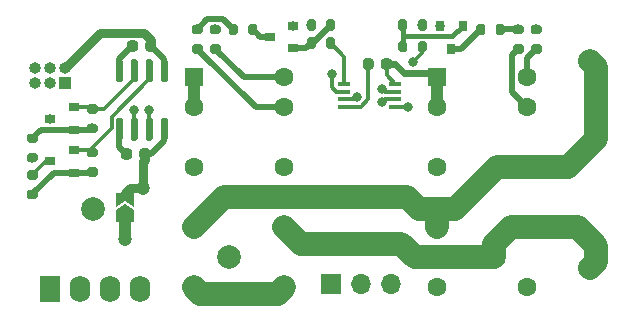
<source format=gbr>
%TF.GenerationSoftware,KiCad,Pcbnew,(5.1.10)-1*%
%TF.CreationDate,2022-01-23T11:00:24+07:00*%
%TF.ProjectId,Fan_controller_v3,46616e5f-636f-46e7-9472-6f6c6c65725f,rev?*%
%TF.SameCoordinates,Original*%
%TF.FileFunction,Copper,L1,Top*%
%TF.FilePolarity,Positive*%
%FSLAX46Y46*%
G04 Gerber Fmt 4.6, Leading zero omitted, Abs format (unit mm)*
G04 Created by KiCad (PCBNEW (5.1.10)-1) date 2022-01-23 11:00:24*
%MOMM*%
%LPD*%
G01*
G04 APERTURE LIST*
%TA.AperFunction,ComponentPad*%
%ADD10C,1.600000*%
%TD*%
%TA.AperFunction,ComponentPad*%
%ADD11R,1.600000X1.600000*%
%TD*%
%TA.AperFunction,ComponentPad*%
%ADD12C,2.000000*%
%TD*%
%TA.AperFunction,ComponentPad*%
%ADD13O,1.000000X1.000000*%
%TD*%
%TA.AperFunction,ComponentPad*%
%ADD14R,1.000000X1.000000*%
%TD*%
%TA.AperFunction,SMDPad,CuDef*%
%ADD15R,0.800000X0.900000*%
%TD*%
%TA.AperFunction,SMDPad,CuDef*%
%ADD16R,0.900000X0.800000*%
%TD*%
%TA.AperFunction,ComponentPad*%
%ADD17R,1.700000X1.700000*%
%TD*%
%TA.AperFunction,ComponentPad*%
%ADD18O,1.700000X1.700000*%
%TD*%
%TA.AperFunction,SMDPad,CuDef*%
%ADD19R,1.100000X0.400000*%
%TD*%
%TA.AperFunction,ComponentPad*%
%ADD20O,1.750000X2.250000*%
%TD*%
%TA.AperFunction,ComponentPad*%
%ADD21R,1.750000X2.250000*%
%TD*%
%TA.AperFunction,SMDPad,CuDef*%
%ADD22C,0.020000*%
%TD*%
%TA.AperFunction,ViaPad*%
%ADD23C,0.800000*%
%TD*%
%TA.AperFunction,ViaPad*%
%ADD24C,1.200000*%
%TD*%
%TA.AperFunction,Conductor*%
%ADD25C,0.500000*%
%TD*%
%TA.AperFunction,Conductor*%
%ADD26C,0.800000*%
%TD*%
%TA.AperFunction,Conductor*%
%ADD27C,0.300000*%
%TD*%
%TA.AperFunction,Conductor*%
%ADD28C,1.000000*%
%TD*%
%TA.AperFunction,Conductor*%
%ADD29C,0.600000*%
%TD*%
%TA.AperFunction,Conductor*%
%ADD30C,2.000000*%
%TD*%
%TA.AperFunction,Conductor*%
%ADD31C,0.400000*%
%TD*%
G04 APERTURE END LIST*
D10*
%TO.P,K1,16*%
%TO.N,Net-(C3-Pad2)*%
X97333000Y-80442000D03*
%TO.P,K1,15*%
%TO.N,Net-(C4-Pad2)*%
X97333000Y-82982000D03*
%TO.P,K1,13*%
%TO.N,Net-(J1-Pad1)*%
X97333000Y-88062000D03*
%TO.P,K1,11*%
%TO.N,Net-(C5-Pad2)*%
X97333000Y-93142000D03*
%TO.P,K1,9*%
%TO.N,Net-(K1-Pad8)*%
X97333000Y-98222000D03*
%TO.P,K1,8*%
X89713000Y-98222000D03*
%TO.P,K1,6*%
%TO.N,Net-(C7-Pad1)*%
X89713000Y-93142000D03*
%TO.P,K1,4*%
%TO.N,Net-(C5-Pad1)*%
X89713000Y-88062000D03*
%TO.P,K1,2*%
%TO.N,+5VP*%
X89713000Y-82982000D03*
D11*
%TO.P,K1,1*%
X89713000Y-80442000D03*
%TD*%
D12*
%TO.P,C7,2*%
%TO.N,Net-(C5-Pad2)*%
X123241000Y-96545000D03*
%TO.P,C7,1*%
%TO.N,Net-(C7-Pad1)*%
X123241000Y-79045000D03*
%TD*%
D13*
%TO.P,J2,6*%
%TO.N,/scl0*%
X76251000Y-79680000D03*
%TO.P,J2,5*%
%TO.N,/sda0*%
X76251000Y-80950000D03*
%TO.P,J2,4*%
%TO.N,GND1*%
X77521000Y-79680000D03*
%TO.P,J2,3*%
X77521000Y-80950000D03*
%TO.P,J2,2*%
%TO.N,+5P*%
X78791000Y-79680000D03*
D14*
%TO.P,J2,1*%
X78791000Y-80950000D03*
%TD*%
D12*
%TO.P,C5,2*%
%TO.N,Net-(C5-Pad2)*%
X115113000Y-95682000D03*
%TO.P,C5,1*%
%TO.N,Net-(C5-Pad1)*%
X92613000Y-95682000D03*
%TD*%
%TO.P,U1,8*%
%TO.N,+5VP*%
%TA.AperFunction,SMDPad,CuDef*%
G36*
G01*
X87023000Y-83847000D02*
X87323000Y-83847000D01*
G75*
G02*
X87473000Y-83997000I0J-150000D01*
G01*
X87473000Y-85647000D01*
G75*
G02*
X87323000Y-85797000I-150000J0D01*
G01*
X87023000Y-85797000D01*
G75*
G02*
X86873000Y-85647000I0J150000D01*
G01*
X86873000Y-83997000D01*
G75*
G02*
X87023000Y-83847000I150000J0D01*
G01*
G37*
%TD.AperFunction*%
%TO.P,U1,7*%
%TO.N,/I2C_SDA*%
%TA.AperFunction,SMDPad,CuDef*%
G36*
G01*
X85753000Y-83847000D02*
X86053000Y-83847000D01*
G75*
G02*
X86203000Y-83997000I0J-150000D01*
G01*
X86203000Y-85647000D01*
G75*
G02*
X86053000Y-85797000I-150000J0D01*
G01*
X85753000Y-85797000D01*
G75*
G02*
X85603000Y-85647000I0J150000D01*
G01*
X85603000Y-83997000D01*
G75*
G02*
X85753000Y-83847000I150000J0D01*
G01*
G37*
%TD.AperFunction*%
%TO.P,U1,6*%
%TO.N,/I2C_SCL*%
%TA.AperFunction,SMDPad,CuDef*%
G36*
G01*
X84483000Y-83847000D02*
X84783000Y-83847000D01*
G75*
G02*
X84933000Y-83997000I0J-150000D01*
G01*
X84933000Y-85647000D01*
G75*
G02*
X84783000Y-85797000I-150000J0D01*
G01*
X84483000Y-85797000D01*
G75*
G02*
X84333000Y-85647000I0J150000D01*
G01*
X84333000Y-83997000D01*
G75*
G02*
X84483000Y-83847000I150000J0D01*
G01*
G37*
%TD.AperFunction*%
%TO.P,U1,5*%
%TO.N,GND2*%
%TA.AperFunction,SMDPad,CuDef*%
G36*
G01*
X83213000Y-83847000D02*
X83513000Y-83847000D01*
G75*
G02*
X83663000Y-83997000I0J-150000D01*
G01*
X83663000Y-85647000D01*
G75*
G02*
X83513000Y-85797000I-150000J0D01*
G01*
X83213000Y-85797000D01*
G75*
G02*
X83063000Y-85647000I0J150000D01*
G01*
X83063000Y-83997000D01*
G75*
G02*
X83213000Y-83847000I150000J0D01*
G01*
G37*
%TD.AperFunction*%
%TO.P,U1,4*%
%TO.N,GND1*%
%TA.AperFunction,SMDPad,CuDef*%
G36*
G01*
X83213000Y-78897000D02*
X83513000Y-78897000D01*
G75*
G02*
X83663000Y-79047000I0J-150000D01*
G01*
X83663000Y-80697000D01*
G75*
G02*
X83513000Y-80847000I-150000J0D01*
G01*
X83213000Y-80847000D01*
G75*
G02*
X83063000Y-80697000I0J150000D01*
G01*
X83063000Y-79047000D01*
G75*
G02*
X83213000Y-78897000I150000J0D01*
G01*
G37*
%TD.AperFunction*%
%TO.P,U1,3*%
%TO.N,Net-(Q4-Pad2)*%
%TA.AperFunction,SMDPad,CuDef*%
G36*
G01*
X84483000Y-78897000D02*
X84783000Y-78897000D01*
G75*
G02*
X84933000Y-79047000I0J-150000D01*
G01*
X84933000Y-80697000D01*
G75*
G02*
X84783000Y-80847000I-150000J0D01*
G01*
X84483000Y-80847000D01*
G75*
G02*
X84333000Y-80697000I0J150000D01*
G01*
X84333000Y-79047000D01*
G75*
G02*
X84483000Y-78897000I150000J0D01*
G01*
G37*
%TD.AperFunction*%
%TO.P,U1,2*%
%TO.N,Net-(Q3-Pad2)*%
%TA.AperFunction,SMDPad,CuDef*%
G36*
G01*
X85753000Y-78897000D02*
X86053000Y-78897000D01*
G75*
G02*
X86203000Y-79047000I0J-150000D01*
G01*
X86203000Y-80697000D01*
G75*
G02*
X86053000Y-80847000I-150000J0D01*
G01*
X85753000Y-80847000D01*
G75*
G02*
X85603000Y-80697000I0J150000D01*
G01*
X85603000Y-79047000D01*
G75*
G02*
X85753000Y-78897000I150000J0D01*
G01*
G37*
%TD.AperFunction*%
%TO.P,U1,1*%
%TO.N,+5P*%
%TA.AperFunction,SMDPad,CuDef*%
G36*
G01*
X87023000Y-78897000D02*
X87323000Y-78897000D01*
G75*
G02*
X87473000Y-79047000I0J-150000D01*
G01*
X87473000Y-80697000D01*
G75*
G02*
X87323000Y-80847000I-150000J0D01*
G01*
X87023000Y-80847000D01*
G75*
G02*
X86873000Y-80697000I0J150000D01*
G01*
X86873000Y-79047000D01*
G75*
G02*
X87023000Y-78897000I150000J0D01*
G01*
G37*
%TD.AperFunction*%
%TD*%
%TO.P,R16,2*%
%TO.N,GND2*%
%TA.AperFunction,SMDPad,CuDef*%
G36*
G01*
X108617000Y-76272000D02*
X108617000Y-75722000D01*
G75*
G02*
X108817000Y-75522000I200000J0D01*
G01*
X109217000Y-75522000D01*
G75*
G02*
X109417000Y-75722000I0J-200000D01*
G01*
X109417000Y-76272000D01*
G75*
G02*
X109217000Y-76472000I-200000J0D01*
G01*
X108817000Y-76472000D01*
G75*
G02*
X108617000Y-76272000I0J200000D01*
G01*
G37*
%TD.AperFunction*%
%TO.P,R16,1*%
%TO.N,Net-(Q6-Pad1)*%
%TA.AperFunction,SMDPad,CuDef*%
G36*
G01*
X106967000Y-76272000D02*
X106967000Y-75722000D01*
G75*
G02*
X107167000Y-75522000I200000J0D01*
G01*
X107567000Y-75522000D01*
G75*
G02*
X107767000Y-75722000I0J-200000D01*
G01*
X107767000Y-76272000D01*
G75*
G02*
X107567000Y-76472000I-200000J0D01*
G01*
X107167000Y-76472000D01*
G75*
G02*
X106967000Y-76272000I0J200000D01*
G01*
G37*
%TD.AperFunction*%
%TD*%
%TO.P,R14,2*%
%TO.N,/K2_rst*%
%TA.AperFunction,SMDPad,CuDef*%
G36*
G01*
X108616000Y-78113500D02*
X108616000Y-77563500D01*
G75*
G02*
X108816000Y-77363500I200000J0D01*
G01*
X109216000Y-77363500D01*
G75*
G02*
X109416000Y-77563500I0J-200000D01*
G01*
X109416000Y-78113500D01*
G75*
G02*
X109216000Y-78313500I-200000J0D01*
G01*
X108816000Y-78313500D01*
G75*
G02*
X108616000Y-78113500I0J200000D01*
G01*
G37*
%TD.AperFunction*%
%TO.P,R14,1*%
%TO.N,Net-(Q6-Pad1)*%
%TA.AperFunction,SMDPad,CuDef*%
G36*
G01*
X106966000Y-78113500D02*
X106966000Y-77563500D01*
G75*
G02*
X107166000Y-77363500I200000J0D01*
G01*
X107566000Y-77363500D01*
G75*
G02*
X107766000Y-77563500I0J-200000D01*
G01*
X107766000Y-78113500D01*
G75*
G02*
X107566000Y-78313500I-200000J0D01*
G01*
X107166000Y-78313500D01*
G75*
G02*
X106966000Y-78113500I0J200000D01*
G01*
G37*
%TD.AperFunction*%
%TD*%
%TO.P,R4,2*%
%TO.N,GND2*%
%TA.AperFunction,SMDPad,CuDef*%
G36*
G01*
X100019000Y-75722000D02*
X100019000Y-76272000D01*
G75*
G02*
X99819000Y-76472000I-200000J0D01*
G01*
X99419000Y-76472000D01*
G75*
G02*
X99219000Y-76272000I0J200000D01*
G01*
X99219000Y-75722000D01*
G75*
G02*
X99419000Y-75522000I200000J0D01*
G01*
X99819000Y-75522000D01*
G75*
G02*
X100019000Y-75722000I0J-200000D01*
G01*
G37*
%TD.AperFunction*%
%TO.P,R4,1*%
%TO.N,Net-(Q2-Pad1)*%
%TA.AperFunction,SMDPad,CuDef*%
G36*
G01*
X101669000Y-75722000D02*
X101669000Y-76272000D01*
G75*
G02*
X101469000Y-76472000I-200000J0D01*
G01*
X101069000Y-76472000D01*
G75*
G02*
X100869000Y-76272000I0J200000D01*
G01*
X100869000Y-75722000D01*
G75*
G02*
X101069000Y-75522000I200000J0D01*
G01*
X101469000Y-75522000D01*
G75*
G02*
X101669000Y-75722000I0J-200000D01*
G01*
G37*
%TD.AperFunction*%
%TD*%
%TO.P,R2,2*%
%TO.N,/K1_rst*%
%TA.AperFunction,SMDPad,CuDef*%
G36*
G01*
X100869000Y-77796000D02*
X100869000Y-77246000D01*
G75*
G02*
X101069000Y-77046000I200000J0D01*
G01*
X101469000Y-77046000D01*
G75*
G02*
X101669000Y-77246000I0J-200000D01*
G01*
X101669000Y-77796000D01*
G75*
G02*
X101469000Y-77996000I-200000J0D01*
G01*
X101069000Y-77996000D01*
G75*
G02*
X100869000Y-77796000I0J200000D01*
G01*
G37*
%TD.AperFunction*%
%TO.P,R2,1*%
%TO.N,Net-(Q2-Pad1)*%
%TA.AperFunction,SMDPad,CuDef*%
G36*
G01*
X99219000Y-77796000D02*
X99219000Y-77246000D01*
G75*
G02*
X99419000Y-77046000I200000J0D01*
G01*
X99819000Y-77046000D01*
G75*
G02*
X100019000Y-77246000I0J-200000D01*
G01*
X100019000Y-77796000D01*
G75*
G02*
X99819000Y-77996000I-200000J0D01*
G01*
X99419000Y-77996000D01*
G75*
G02*
X99219000Y-77796000I0J200000D01*
G01*
G37*
%TD.AperFunction*%
%TD*%
D15*
%TO.P,Q6,3*%
%TO.N,Net-(Q6-Pad3)*%
X111491000Y-78060500D03*
%TO.P,Q6,2*%
%TO.N,GND2*%
X110541000Y-76060500D03*
%TO.P,Q6,1*%
%TO.N,Net-(Q6-Pad1)*%
X112441000Y-76060500D03*
%TD*%
D16*
%TO.P,Q2,3*%
%TO.N,Net-(Q2-Pad3)*%
X96095000Y-77010500D03*
%TO.P,Q2,2*%
%TO.N,GND2*%
X98095000Y-76060500D03*
%TO.P,Q2,1*%
%TO.N,Net-(Q2-Pad1)*%
X98095000Y-77960500D03*
%TD*%
%TO.P,C10,2*%
%TO.N,+5VP*%
%TA.AperFunction,SMDPad,CuDef*%
G36*
G01*
X85072000Y-87169000D02*
X85072000Y-86669000D01*
G75*
G02*
X85297000Y-86444000I225000J0D01*
G01*
X85747000Y-86444000D01*
G75*
G02*
X85972000Y-86669000I0J-225000D01*
G01*
X85972000Y-87169000D01*
G75*
G02*
X85747000Y-87394000I-225000J0D01*
G01*
X85297000Y-87394000D01*
G75*
G02*
X85072000Y-87169000I0J225000D01*
G01*
G37*
%TD.AperFunction*%
%TO.P,C10,1*%
%TO.N,GND2*%
%TA.AperFunction,SMDPad,CuDef*%
G36*
G01*
X83522000Y-87169000D02*
X83522000Y-86669000D01*
G75*
G02*
X83747000Y-86444000I225000J0D01*
G01*
X84197000Y-86444000D01*
G75*
G02*
X84422000Y-86669000I0J-225000D01*
G01*
X84422000Y-87169000D01*
G75*
G02*
X84197000Y-87394000I-225000J0D01*
G01*
X83747000Y-87394000D01*
G75*
G02*
X83522000Y-87169000I0J225000D01*
G01*
G37*
%TD.AperFunction*%
%TD*%
%TO.P,C8,2*%
%TO.N,+5P*%
%TA.AperFunction,SMDPad,CuDef*%
G36*
G01*
X85580000Y-78025000D02*
X85580000Y-77525000D01*
G75*
G02*
X85805000Y-77300000I225000J0D01*
G01*
X86255000Y-77300000D01*
G75*
G02*
X86480000Y-77525000I0J-225000D01*
G01*
X86480000Y-78025000D01*
G75*
G02*
X86255000Y-78250000I-225000J0D01*
G01*
X85805000Y-78250000D01*
G75*
G02*
X85580000Y-78025000I0J225000D01*
G01*
G37*
%TD.AperFunction*%
%TO.P,C8,1*%
%TO.N,GND1*%
%TA.AperFunction,SMDPad,CuDef*%
G36*
G01*
X84030000Y-78025000D02*
X84030000Y-77525000D01*
G75*
G02*
X84255000Y-77300000I225000J0D01*
G01*
X84705000Y-77300000D01*
G75*
G02*
X84930000Y-77525000I0J-225000D01*
G01*
X84930000Y-78025000D01*
G75*
G02*
X84705000Y-78250000I-225000J0D01*
G01*
X84255000Y-78250000D01*
G75*
G02*
X84030000Y-78025000I0J225000D01*
G01*
G37*
%TD.AperFunction*%
%TD*%
D11*
%TO.P,K2,1*%
%TO.N,+5VP*%
X110287000Y-80442000D03*
D10*
%TO.P,K2,2*%
X110287000Y-82982000D03*
%TO.P,K2,4*%
%TO.N,Net-(J1-Pad3)*%
X110287000Y-88062000D03*
%TO.P,K2,6*%
%TO.N,Net-(C7-Pad1)*%
X110287000Y-93142000D03*
%TO.P,K2,8*%
%TO.N,Net-(K2-Pad8)*%
X110287000Y-98222000D03*
%TO.P,K2,9*%
X117907000Y-98222000D03*
%TO.P,K2,11*%
%TO.N,Net-(C5-Pad2)*%
X117907000Y-93142000D03*
%TO.P,K2,13*%
%TO.N,Net-(C7-Pad1)*%
X117907000Y-88062000D03*
%TO.P,K2,15*%
%TO.N,Net-(C12-Pad2)*%
X117907000Y-82982000D03*
%TO.P,K2,16*%
%TO.N,Net-(C11-Pad2)*%
X117907000Y-80442000D03*
%TD*%
D17*
%TO.P,J1,1*%
%TO.N,Net-(J1-Pad1)*%
X101270000Y-97968000D03*
D18*
%TO.P,J1,2*%
%TO.N,N/C*%
X103810000Y-97968000D03*
%TO.P,J1,3*%
%TO.N,Net-(J1-Pad3)*%
X106350000Y-97968000D03*
%TD*%
D19*
%TO.P,U2,8*%
%TO.N,+5VP*%
X106722000Y-80991000D03*
%TO.P,U2,7*%
%TO.N,/I2C_SDA*%
X106722000Y-81641000D03*
%TO.P,U2,6*%
%TO.N,/I2C_SCL*%
X106722000Y-82291000D03*
%TO.P,U2,5*%
%TO.N,/K2_set*%
X106722000Y-82941000D03*
%TO.P,U2,4*%
%TO.N,GND2*%
X102422000Y-82941000D03*
%TO.P,U2,3*%
%TO.N,/K2_rst*%
X102422000Y-82291000D03*
%TO.P,U2,2*%
%TO.N,/K1_set*%
X102422000Y-81641000D03*
%TO.P,U2,1*%
%TO.N,/K1_rst*%
X102422000Y-80991000D03*
%TD*%
D12*
%TO.P,TP1,1*%
%TO.N,GND2*%
X81140500Y-91618000D03*
%TD*%
%TO.P,R12,2*%
%TO.N,+5P*%
%TA.AperFunction,SMDPad,CuDef*%
G36*
G01*
X80802000Y-84359000D02*
X81352000Y-84359000D01*
G75*
G02*
X81552000Y-84559000I0J-200000D01*
G01*
X81552000Y-84959000D01*
G75*
G02*
X81352000Y-85159000I-200000J0D01*
G01*
X80802000Y-85159000D01*
G75*
G02*
X80602000Y-84959000I0J200000D01*
G01*
X80602000Y-84559000D01*
G75*
G02*
X80802000Y-84359000I200000J0D01*
G01*
G37*
%TD.AperFunction*%
%TO.P,R12,1*%
%TO.N,Net-(Q4-Pad2)*%
%TA.AperFunction,SMDPad,CuDef*%
G36*
G01*
X80802000Y-82709000D02*
X81352000Y-82709000D01*
G75*
G02*
X81552000Y-82909000I0J-200000D01*
G01*
X81552000Y-83309000D01*
G75*
G02*
X81352000Y-83509000I-200000J0D01*
G01*
X80802000Y-83509000D01*
G75*
G02*
X80602000Y-83309000I0J200000D01*
G01*
X80602000Y-82909000D01*
G75*
G02*
X80802000Y-82709000I200000J0D01*
G01*
G37*
%TD.AperFunction*%
%TD*%
%TO.P,R11,2*%
%TO.N,+5P*%
%TA.AperFunction,SMDPad,CuDef*%
G36*
G01*
X80802000Y-88042000D02*
X81352000Y-88042000D01*
G75*
G02*
X81552000Y-88242000I0J-200000D01*
G01*
X81552000Y-88642000D01*
G75*
G02*
X81352000Y-88842000I-200000J0D01*
G01*
X80802000Y-88842000D01*
G75*
G02*
X80602000Y-88642000I0J200000D01*
G01*
X80602000Y-88242000D01*
G75*
G02*
X80802000Y-88042000I200000J0D01*
G01*
G37*
%TD.AperFunction*%
%TO.P,R11,1*%
%TO.N,Net-(Q3-Pad2)*%
%TA.AperFunction,SMDPad,CuDef*%
G36*
G01*
X80802000Y-86392000D02*
X81352000Y-86392000D01*
G75*
G02*
X81552000Y-86592000I0J-200000D01*
G01*
X81552000Y-86992000D01*
G75*
G02*
X81352000Y-87192000I-200000J0D01*
G01*
X80802000Y-87192000D01*
G75*
G02*
X80602000Y-86992000I0J200000D01*
G01*
X80602000Y-86592000D01*
G75*
G02*
X80802000Y-86392000I200000J0D01*
G01*
G37*
%TD.AperFunction*%
%TD*%
%TO.P,R8,2*%
%TO.N,+5P*%
%TA.AperFunction,SMDPad,CuDef*%
G36*
G01*
X76272000Y-85986500D02*
X75722000Y-85986500D01*
G75*
G02*
X75522000Y-85786500I0J200000D01*
G01*
X75522000Y-85386500D01*
G75*
G02*
X75722000Y-85186500I200000J0D01*
G01*
X76272000Y-85186500D01*
G75*
G02*
X76472000Y-85386500I0J-200000D01*
G01*
X76472000Y-85786500D01*
G75*
G02*
X76272000Y-85986500I-200000J0D01*
G01*
G37*
%TD.AperFunction*%
%TO.P,R8,1*%
%TO.N,/scl0*%
%TA.AperFunction,SMDPad,CuDef*%
G36*
G01*
X76272000Y-87636500D02*
X75722000Y-87636500D01*
G75*
G02*
X75522000Y-87436500I0J200000D01*
G01*
X75522000Y-87036500D01*
G75*
G02*
X75722000Y-86836500I200000J0D01*
G01*
X76272000Y-86836500D01*
G75*
G02*
X76472000Y-87036500I0J-200000D01*
G01*
X76472000Y-87436500D01*
G75*
G02*
X76272000Y-87636500I-200000J0D01*
G01*
G37*
%TD.AperFunction*%
%TD*%
%TO.P,R7,2*%
%TO.N,+5P*%
%TA.AperFunction,SMDPad,CuDef*%
G36*
G01*
X75722000Y-89947000D02*
X76272000Y-89947000D01*
G75*
G02*
X76472000Y-90147000I0J-200000D01*
G01*
X76472000Y-90547000D01*
G75*
G02*
X76272000Y-90747000I-200000J0D01*
G01*
X75722000Y-90747000D01*
G75*
G02*
X75522000Y-90547000I0J200000D01*
G01*
X75522000Y-90147000D01*
G75*
G02*
X75722000Y-89947000I200000J0D01*
G01*
G37*
%TD.AperFunction*%
%TO.P,R7,1*%
%TO.N,/sda0*%
%TA.AperFunction,SMDPad,CuDef*%
G36*
G01*
X75722000Y-88297000D02*
X76272000Y-88297000D01*
G75*
G02*
X76472000Y-88497000I0J-200000D01*
G01*
X76472000Y-88897000D01*
G75*
G02*
X76272000Y-89097000I-200000J0D01*
G01*
X75722000Y-89097000D01*
G75*
G02*
X75522000Y-88897000I0J200000D01*
G01*
X75522000Y-88497000D01*
G75*
G02*
X75722000Y-88297000I200000J0D01*
G01*
G37*
%TD.AperFunction*%
%TD*%
%TO.P,R20,2*%
%TO.N,Net-(C12-Pad2)*%
%TA.AperFunction,SMDPad,CuDef*%
G36*
G01*
X116870000Y-77629000D02*
X117420000Y-77629000D01*
G75*
G02*
X117620000Y-77829000I0J-200000D01*
G01*
X117620000Y-78229000D01*
G75*
G02*
X117420000Y-78429000I-200000J0D01*
G01*
X116870000Y-78429000D01*
G75*
G02*
X116670000Y-78229000I0J200000D01*
G01*
X116670000Y-77829000D01*
G75*
G02*
X116870000Y-77629000I200000J0D01*
G01*
G37*
%TD.AperFunction*%
%TO.P,R20,1*%
%TO.N,Net-(C12-Pad1)*%
%TA.AperFunction,SMDPad,CuDef*%
G36*
G01*
X116870000Y-75979000D02*
X117420000Y-75979000D01*
G75*
G02*
X117620000Y-76179000I0J-200000D01*
G01*
X117620000Y-76579000D01*
G75*
G02*
X117420000Y-76779000I-200000J0D01*
G01*
X116870000Y-76779000D01*
G75*
G02*
X116670000Y-76579000I0J200000D01*
G01*
X116670000Y-76179000D01*
G75*
G02*
X116870000Y-75979000I200000J0D01*
G01*
G37*
%TD.AperFunction*%
%TD*%
%TO.P,R19,2*%
%TO.N,Net-(C11-Pad2)*%
%TA.AperFunction,SMDPad,CuDef*%
G36*
G01*
X118394000Y-77629000D02*
X118944000Y-77629000D01*
G75*
G02*
X119144000Y-77829000I0J-200000D01*
G01*
X119144000Y-78229000D01*
G75*
G02*
X118944000Y-78429000I-200000J0D01*
G01*
X118394000Y-78429000D01*
G75*
G02*
X118194000Y-78229000I0J200000D01*
G01*
X118194000Y-77829000D01*
G75*
G02*
X118394000Y-77629000I200000J0D01*
G01*
G37*
%TD.AperFunction*%
%TO.P,R19,1*%
%TO.N,Net-(C11-Pad1)*%
%TA.AperFunction,SMDPad,CuDef*%
G36*
G01*
X118394000Y-75979000D02*
X118944000Y-75979000D01*
G75*
G02*
X119144000Y-76179000I0J-200000D01*
G01*
X119144000Y-76579000D01*
G75*
G02*
X118944000Y-76779000I-200000J0D01*
G01*
X118394000Y-76779000D01*
G75*
G02*
X118194000Y-76579000I0J200000D01*
G01*
X118194000Y-76179000D01*
G75*
G02*
X118394000Y-75979000I200000J0D01*
G01*
G37*
%TD.AperFunction*%
%TD*%
%TO.P,R10,2*%
%TO.N,Net-(C4-Pad2)*%
%TA.AperFunction,SMDPad,CuDef*%
G36*
G01*
X89692000Y-77629000D02*
X90242000Y-77629000D01*
G75*
G02*
X90442000Y-77829000I0J-200000D01*
G01*
X90442000Y-78229000D01*
G75*
G02*
X90242000Y-78429000I-200000J0D01*
G01*
X89692000Y-78429000D01*
G75*
G02*
X89492000Y-78229000I0J200000D01*
G01*
X89492000Y-77829000D01*
G75*
G02*
X89692000Y-77629000I200000J0D01*
G01*
G37*
%TD.AperFunction*%
%TO.P,R10,1*%
%TO.N,Net-(C4-Pad1)*%
%TA.AperFunction,SMDPad,CuDef*%
G36*
G01*
X89692000Y-75979000D02*
X90242000Y-75979000D01*
G75*
G02*
X90442000Y-76179000I0J-200000D01*
G01*
X90442000Y-76579000D01*
G75*
G02*
X90242000Y-76779000I-200000J0D01*
G01*
X89692000Y-76779000D01*
G75*
G02*
X89492000Y-76579000I0J200000D01*
G01*
X89492000Y-76179000D01*
G75*
G02*
X89692000Y-75979000I200000J0D01*
G01*
G37*
%TD.AperFunction*%
%TD*%
%TO.P,R9,2*%
%TO.N,Net-(C3-Pad2)*%
%TA.AperFunction,SMDPad,CuDef*%
G36*
G01*
X91216000Y-77629000D02*
X91766000Y-77629000D01*
G75*
G02*
X91966000Y-77829000I0J-200000D01*
G01*
X91966000Y-78229000D01*
G75*
G02*
X91766000Y-78429000I-200000J0D01*
G01*
X91216000Y-78429000D01*
G75*
G02*
X91016000Y-78229000I0J200000D01*
G01*
X91016000Y-77829000D01*
G75*
G02*
X91216000Y-77629000I200000J0D01*
G01*
G37*
%TD.AperFunction*%
%TO.P,R9,1*%
%TO.N,Net-(C3-Pad1)*%
%TA.AperFunction,SMDPad,CuDef*%
G36*
G01*
X91216000Y-75979000D02*
X91766000Y-75979000D01*
G75*
G02*
X91966000Y-76179000I0J-200000D01*
G01*
X91966000Y-76579000D01*
G75*
G02*
X91766000Y-76779000I-200000J0D01*
G01*
X91216000Y-76779000D01*
G75*
G02*
X91016000Y-76579000I0J200000D01*
G01*
X91016000Y-76179000D01*
G75*
G02*
X91216000Y-75979000I200000J0D01*
G01*
G37*
%TD.AperFunction*%
%TD*%
%TO.P,R18,2*%
%TO.N,Net-(C12-Pad1)*%
%TA.AperFunction,SMDPad,CuDef*%
G36*
G01*
X115221000Y-76653000D02*
X115221000Y-76103000D01*
G75*
G02*
X115421000Y-75903000I200000J0D01*
G01*
X115821000Y-75903000D01*
G75*
G02*
X116021000Y-76103000I0J-200000D01*
G01*
X116021000Y-76653000D01*
G75*
G02*
X115821000Y-76853000I-200000J0D01*
G01*
X115421000Y-76853000D01*
G75*
G02*
X115221000Y-76653000I0J200000D01*
G01*
G37*
%TD.AperFunction*%
%TO.P,R18,1*%
%TO.N,Net-(Q6-Pad3)*%
%TA.AperFunction,SMDPad,CuDef*%
G36*
G01*
X113571000Y-76653000D02*
X113571000Y-76103000D01*
G75*
G02*
X113771000Y-75903000I200000J0D01*
G01*
X114171000Y-75903000D01*
G75*
G02*
X114371000Y-76103000I0J-200000D01*
G01*
X114371000Y-76653000D01*
G75*
G02*
X114171000Y-76853000I-200000J0D01*
G01*
X113771000Y-76853000D01*
G75*
G02*
X113571000Y-76653000I0J200000D01*
G01*
G37*
%TD.AperFunction*%
%TD*%
%TO.P,R6,2*%
%TO.N,Net-(C4-Pad1)*%
%TA.AperFunction,SMDPad,CuDef*%
G36*
G01*
X93415000Y-76103000D02*
X93415000Y-76653000D01*
G75*
G02*
X93215000Y-76853000I-200000J0D01*
G01*
X92815000Y-76853000D01*
G75*
G02*
X92615000Y-76653000I0J200000D01*
G01*
X92615000Y-76103000D01*
G75*
G02*
X92815000Y-75903000I200000J0D01*
G01*
X93215000Y-75903000D01*
G75*
G02*
X93415000Y-76103000I0J-200000D01*
G01*
G37*
%TD.AperFunction*%
%TO.P,R6,1*%
%TO.N,Net-(Q2-Pad3)*%
%TA.AperFunction,SMDPad,CuDef*%
G36*
G01*
X95065000Y-76103000D02*
X95065000Y-76653000D01*
G75*
G02*
X94865000Y-76853000I-200000J0D01*
G01*
X94465000Y-76853000D01*
G75*
G02*
X94265000Y-76653000I0J200000D01*
G01*
X94265000Y-76103000D01*
G75*
G02*
X94465000Y-75903000I200000J0D01*
G01*
X94865000Y-75903000D01*
G75*
G02*
X95065000Y-76103000I0J-200000D01*
G01*
G37*
%TD.AperFunction*%
%TD*%
D16*
%TO.P,Q4,3*%
%TO.N,/scl0*%
X77521000Y-83932000D03*
%TO.P,Q4,2*%
%TO.N,Net-(Q4-Pad2)*%
X79521000Y-82982000D03*
%TO.P,Q4,1*%
%TO.N,+5P*%
X79521000Y-84882000D03*
%TD*%
%TO.P,Q3,3*%
%TO.N,/sda0*%
X77521000Y-87554000D03*
%TO.P,Q3,2*%
%TO.N,Net-(Q3-Pad2)*%
X79521000Y-86604000D03*
%TO.P,Q3,1*%
%TO.N,+5P*%
X79521000Y-88504000D03*
%TD*%
D20*
%TO.P,PS1,4*%
%TO.N,Net-(C6-Pad2)*%
X85141000Y-98349000D03*
%TO.P,PS1,3*%
%TO.N,GND2*%
X82601000Y-98349000D03*
%TO.P,PS1,2*%
%TO.N,+5P*%
X80061000Y-98349000D03*
D21*
%TO.P,PS1,1*%
%TO.N,GND1*%
X77521000Y-98349000D03*
%TD*%
%TA.AperFunction,SMDPad,CuDef*%
D22*
%TO.P,JP1,1*%
%TO.N,Net-(C6-Pad2)*%
G36*
X83871000Y-91179000D02*
G01*
X84621000Y-91679000D01*
X84621000Y-92679000D01*
X83121000Y-92679000D01*
X83121000Y-91679000D01*
X83871000Y-91179000D01*
G37*
%TD.AperFunction*%
%TA.AperFunction,SMDPad,CuDef*%
%TO.P,JP1,2*%
%TO.N,+5VP*%
G36*
X84621000Y-90229000D02*
G01*
X84621000Y-91379000D01*
X83871000Y-90879000D01*
X83121000Y-91379000D01*
X83121000Y-90229000D01*
X84621000Y-90229000D01*
G37*
%TD.AperFunction*%
%TD*%
%TO.P,C13,2*%
%TO.N,GND2*%
%TA.AperFunction,SMDPad,CuDef*%
G36*
G01*
X104895000Y-79049000D02*
X104895000Y-79549000D01*
G75*
G02*
X104670000Y-79774000I-225000J0D01*
G01*
X104220000Y-79774000D01*
G75*
G02*
X103995000Y-79549000I0J225000D01*
G01*
X103995000Y-79049000D01*
G75*
G02*
X104220000Y-78824000I225000J0D01*
G01*
X104670000Y-78824000D01*
G75*
G02*
X104895000Y-79049000I0J-225000D01*
G01*
G37*
%TD.AperFunction*%
%TO.P,C13,1*%
%TO.N,+5VP*%
%TA.AperFunction,SMDPad,CuDef*%
G36*
G01*
X106445000Y-79049000D02*
X106445000Y-79549000D01*
G75*
G02*
X106220000Y-79774000I-225000J0D01*
G01*
X105770000Y-79774000D01*
G75*
G02*
X105545000Y-79549000I0J225000D01*
G01*
X105545000Y-79049000D01*
G75*
G02*
X105770000Y-78824000I225000J0D01*
G01*
X106220000Y-78824000D01*
G75*
G02*
X106445000Y-79049000I0J-225000D01*
G01*
G37*
%TD.AperFunction*%
%TD*%
D23*
%TO.N,Net-(C3-Pad2)*%
X91491000Y-78029000D03*
%TO.N,Net-(C3-Pad1)*%
X91491000Y-76378000D03*
%TO.N,Net-(C4-Pad2)*%
X89967000Y-78029000D03*
%TO.N,Net-(C4-Pad1)*%
X89967000Y-76378000D03*
%TO.N,GND1*%
X84480000Y-77775000D03*
%TO.N,+5P*%
X81077000Y-88443000D03*
X81077000Y-84760000D03*
%TO.N,Net-(C11-Pad1)*%
X118669000Y-76378000D03*
%TO.N,GND2*%
X104445000Y-79299000D03*
X99619000Y-75997000D03*
X109017000Y-75997000D03*
X98095000Y-76060500D03*
X110541000Y-76060500D03*
X83972032Y-86919000D03*
%TO.N,+5VP*%
X105995000Y-79299000D03*
D24*
X85395006Y-89840000D03*
D23*
%TO.N,/scl0*%
X77521000Y-83932000D03*
X75997000Y-87236500D03*
%TO.N,/sda0*%
X75997000Y-88697000D03*
%TO.N,/I2C_SDA*%
X105615886Y-81416284D03*
X85903000Y-83236000D03*
%TO.N,/I2C_SCL*%
X105615814Y-82515892D03*
X84633000Y-83236000D03*
%TO.N,/K1_set*%
X101396992Y-80188000D03*
%TO.N,/K2_set*%
X107833000Y-82941000D03*
%TO.N,/K2_rst*%
X108255000Y-79161000D03*
X103497423Y-82130732D03*
D24*
%TO.N,Net-(C6-Pad2)*%
X83871000Y-94158000D03*
D23*
%TO.N,Net-(C11-Pad2)*%
X118669000Y-78029000D03*
%TO.N,Net-(C12-Pad2)*%
X117145000Y-78029000D03*
%TO.N,Net-(C12-Pad1)*%
X117145000Y-76378000D03*
%TD*%
D25*
%TO.N,Net-(C3-Pad2)*%
X93904000Y-80442000D02*
X91491000Y-78029000D01*
X97333000Y-80442000D02*
X93904000Y-80442000D01*
%TO.N,Net-(C4-Pad2)*%
X94920000Y-82982000D02*
X89967000Y-78029000D01*
X97333000Y-82982000D02*
X94920000Y-82982000D01*
%TO.N,Net-(C4-Pad1)*%
X90818001Y-75527999D02*
X89967000Y-76379000D01*
X92164999Y-75527999D02*
X90818001Y-75527999D01*
X93015000Y-76378000D02*
X92164999Y-75527999D01*
%TO.N,GND1*%
X83363000Y-78892000D02*
X84480000Y-77775000D01*
X83363000Y-79872000D02*
X83363000Y-78892000D01*
%TO.N,+5P*%
X87173000Y-78918000D02*
X86030000Y-77775000D01*
X87173000Y-79872000D02*
X87173000Y-78918000D01*
X81015000Y-88504000D02*
X81077000Y-88442000D01*
X79521000Y-88504000D02*
X81015000Y-88504000D01*
X77840000Y-88504000D02*
X75997000Y-90347000D01*
X79521000Y-88504000D02*
X77840000Y-88504000D01*
X79521000Y-84882000D02*
X80954000Y-84882000D01*
X80954000Y-84882000D02*
X81077000Y-84759000D01*
X76701500Y-84882000D02*
X75997000Y-85586500D01*
X79521000Y-84882000D02*
X76701500Y-84882000D01*
D26*
X81771010Y-76699990D02*
X78791000Y-79680000D01*
X85429990Y-76699990D02*
X81771010Y-76699990D01*
X86030000Y-77300000D02*
X85429990Y-76699990D01*
X86030000Y-77775000D02*
X86030000Y-77300000D01*
D25*
%TO.N,GND2*%
X83363000Y-86309968D02*
X83972032Y-86919000D01*
X83363000Y-84822000D02*
X83363000Y-86309968D01*
D27*
X104445000Y-82293157D02*
X104445000Y-79299000D01*
X103797157Y-82941000D02*
X104445000Y-82293157D01*
X102422000Y-82941000D02*
X103797157Y-82941000D01*
D28*
%TO.N,+5VP*%
X110287000Y-80442000D02*
X110287000Y-82982000D01*
X89713000Y-80442000D02*
X89713000Y-82982000D01*
D27*
X83871000Y-90221000D02*
X83871000Y-90729000D01*
D29*
X109906000Y-80061000D02*
X110287000Y-80442000D01*
X107493000Y-80061000D02*
X109906000Y-80061000D01*
X106731000Y-79299000D02*
X107493000Y-80061000D01*
X105995000Y-79299000D02*
X105995000Y-79299000D01*
D25*
X86051000Y-86919000D02*
X85522000Y-86919000D01*
X87173000Y-85797000D02*
X86051000Y-86919000D01*
X87173000Y-84822000D02*
X87173000Y-85797000D01*
D27*
X105995000Y-80264000D02*
X106722000Y-80991000D01*
X105995000Y-79299000D02*
X105995000Y-80264000D01*
D29*
X105995000Y-79299000D02*
X106731000Y-79299000D01*
D26*
X85522000Y-86919000D02*
X85522000Y-87394000D01*
X83871000Y-90221000D02*
X84252000Y-89840000D01*
X84252000Y-89840000D02*
X85395006Y-89840000D01*
X85522000Y-87394000D02*
X85395006Y-87520994D01*
X85395006Y-87520994D02*
X85395006Y-89840000D01*
D27*
%TO.N,/sda0*%
X77521000Y-87554000D02*
X77140000Y-87554000D01*
X77140000Y-87554000D02*
X75997000Y-88697000D01*
D30*
%TO.N,Net-(K1-Pad8)*%
X96805010Y-98749990D02*
X97333000Y-98222000D01*
X90240990Y-98749990D02*
X96805010Y-98749990D01*
X89713000Y-98222000D02*
X90240990Y-98749990D01*
D27*
%TO.N,/I2C_SDA*%
X106722000Y-81641000D02*
X105840602Y-81641000D01*
X105840602Y-81641000D02*
X105615886Y-81416284D01*
X85903000Y-84822000D02*
X85903000Y-83236000D01*
%TO.N,/I2C_SCL*%
X106722000Y-82291000D02*
X105840706Y-82291000D01*
X105840706Y-82291000D02*
X105615814Y-82515892D01*
X84633000Y-84822000D02*
X84633000Y-83236000D01*
D31*
%TO.N,Net-(Q6-Pad1)*%
X107367000Y-77837500D02*
X107366000Y-77838500D01*
X107381990Y-76963490D02*
X107367000Y-76948500D01*
X112441000Y-76060500D02*
X111538010Y-76963490D01*
X107367000Y-76948500D02*
X107367000Y-77837500D01*
X111538010Y-76963490D02*
X107381990Y-76963490D01*
X107367000Y-75997000D02*
X107367000Y-76948500D01*
D27*
%TO.N,/K1_set*%
X101396992Y-81282992D02*
X101396992Y-80188000D01*
X101755000Y-81641000D02*
X101396992Y-81282992D01*
X102422000Y-81641000D02*
X101755000Y-81641000D01*
%TO.N,/K1_rst*%
X102422000Y-80991000D02*
X102422000Y-78674000D01*
X102422000Y-78674000D02*
X101269000Y-77521000D01*
%TO.N,/K2_set*%
X106722000Y-82941000D02*
X107833000Y-82941000D01*
%TO.N,/K2_rst*%
X109016000Y-78400000D02*
X108255000Y-79161000D01*
X109016000Y-77838500D02*
X109016000Y-78400000D01*
X102422000Y-82291000D02*
X103337155Y-82291000D01*
X103337155Y-82291000D02*
X103497423Y-82130732D01*
D25*
%TO.N,Net-(Q6-Pad3)*%
X112288500Y-78060500D02*
X113971000Y-76378000D01*
X111491000Y-78060500D02*
X112288500Y-78060500D01*
D30*
%TO.N,Net-(C5-Pad2)*%
X108382000Y-95682000D02*
X115113000Y-95682000D01*
X107239000Y-94539000D02*
X108382000Y-95682000D01*
X98730000Y-94539000D02*
X107239000Y-94539000D01*
X97333000Y-93142000D02*
X98730000Y-94539000D01*
X116510000Y-93142000D02*
X117907000Y-93142000D01*
X115113000Y-94539000D02*
X116510000Y-93142000D01*
X115113000Y-95682000D02*
X115113000Y-94539000D01*
X122225000Y-93142000D02*
X117907000Y-93142000D01*
X123749990Y-94666990D02*
X122225000Y-93142000D01*
X123749990Y-96036010D02*
X123749990Y-94666990D01*
X123241000Y-96545000D02*
X123749990Y-96036010D01*
D28*
%TO.N,Net-(C6-Pad2)*%
X83871000Y-92179000D02*
X83871000Y-94158000D01*
D30*
%TO.N,Net-(C7-Pad1)*%
X117907000Y-88062000D02*
X115367000Y-88062000D01*
X111811000Y-91618000D02*
X115367000Y-88062000D01*
X110287000Y-93142000D02*
X110287000Y-91618000D01*
X110287000Y-91618000D02*
X111811000Y-91618000D01*
X108763000Y-91618000D02*
X110287000Y-91618000D01*
X107747000Y-90602000D02*
X108763000Y-91618000D01*
X92253000Y-90602000D02*
X107747000Y-90602000D01*
X89713000Y-93142000D02*
X92253000Y-90602000D01*
X118034000Y-88062000D02*
X115748000Y-88062000D01*
X121336000Y-88062000D02*
X117907000Y-88062000D01*
X123749990Y-85648010D02*
X121336000Y-88062000D01*
X123749990Y-79553990D02*
X123749990Y-85648010D01*
X123241000Y-79045000D02*
X123749990Y-79553990D01*
D25*
%TO.N,Net-(C11-Pad2)*%
X117907000Y-78791000D02*
X117907000Y-80442000D01*
X118669000Y-78029000D02*
X117907000Y-78791000D01*
%TO.N,Net-(C12-Pad2)*%
X117018000Y-78156000D02*
X117145000Y-78029000D01*
X116637000Y-78537000D02*
X117145000Y-78029000D01*
X116637000Y-81712000D02*
X116637000Y-78537000D01*
X117907000Y-82982000D02*
X116637000Y-81712000D01*
%TO.N,Net-(C12-Pad1)*%
X117144000Y-76378000D02*
X117145000Y-76379000D01*
X115621000Y-76378000D02*
X117144000Y-76378000D01*
%TO.N,Net-(Q2-Pad3)*%
X95297500Y-77010500D02*
X94665000Y-76378000D01*
X96095000Y-77010500D02*
X95297500Y-77010500D01*
%TO.N,Net-(Q2-Pad1)*%
X99179500Y-77960500D02*
X99619000Y-77521000D01*
X98095000Y-77960500D02*
X99179500Y-77960500D01*
X99745000Y-77521000D02*
X101269000Y-75997000D01*
X99619000Y-77521000D02*
X99745000Y-77521000D01*
D27*
%TO.N,Net-(Q3-Pad2)*%
X85903000Y-80569000D02*
X85903000Y-79872000D01*
X82712990Y-83759010D02*
X85903000Y-80569000D01*
X82712990Y-84756010D02*
X82712990Y-83759010D01*
X81077000Y-86392000D02*
X82712990Y-84756010D01*
X81077000Y-86792000D02*
X81077000Y-86392000D01*
X80889000Y-86604000D02*
X81077000Y-86792000D01*
X79521000Y-86604000D02*
X80889000Y-86604000D01*
%TO.N,Net-(Q4-Pad2)*%
X82093000Y-83109000D02*
X81077000Y-83109000D01*
X84633000Y-80569000D02*
X82093000Y-83109000D01*
X84633000Y-79872000D02*
X84633000Y-80569000D01*
X80950000Y-82982000D02*
X81077000Y-83109000D01*
X79521000Y-82982000D02*
X80950000Y-82982000D01*
%TD*%
M02*

</source>
